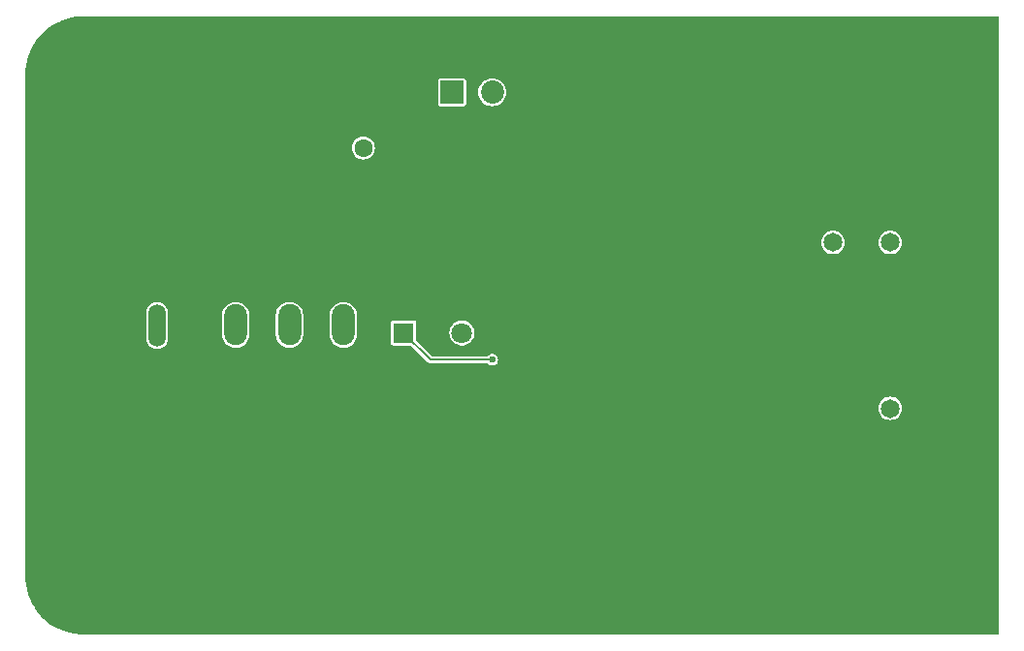
<source format=gbr>
%TF.GenerationSoftware,KiCad,Pcbnew,8.0.2*%
%TF.CreationDate,2024-12-31T23:00:34-06:00*%
%TF.ProjectId,LampBoardModule,4c616d70-426f-4617-9264-4d6f64756c65,rev?*%
%TF.SameCoordinates,Original*%
%TF.FileFunction,Copper,L2,Bot*%
%TF.FilePolarity,Positive*%
%FSLAX46Y46*%
G04 Gerber Fmt 4.6, Leading zero omitted, Abs format (unit mm)*
G04 Created by KiCad (PCBNEW 8.0.2) date 2024-12-31 23:00:34*
%MOMM*%
%LPD*%
G01*
G04 APERTURE LIST*
%TA.AperFunction,ComponentPad*%
%ADD10C,1.650000*%
%TD*%
%TA.AperFunction,ComponentPad*%
%ADD11C,5.161000*%
%TD*%
%TA.AperFunction,ComponentPad*%
%ADD12C,4.700000*%
%TD*%
%TA.AperFunction,ComponentPad*%
%ADD13O,2.000000X3.600000*%
%TD*%
%TA.AperFunction,ComponentPad*%
%ADD14O,1.500000X3.700000*%
%TD*%
%TA.AperFunction,ComponentPad*%
%ADD15O,3.200000X1.500000*%
%TD*%
%TA.AperFunction,ComponentPad*%
%ADD16R,1.800000X1.800000*%
%TD*%
%TA.AperFunction,ComponentPad*%
%ADD17C,1.800000*%
%TD*%
%TA.AperFunction,ComponentPad*%
%ADD18R,2.025000X2.025000*%
%TD*%
%TA.AperFunction,ComponentPad*%
%ADD19C,2.025000*%
%TD*%
%TA.AperFunction,ComponentPad*%
%ADD20C,1.600000*%
%TD*%
%TA.AperFunction,ViaPad*%
%ADD21C,0.600000*%
%TD*%
%TA.AperFunction,Conductor*%
%ADD22C,0.200000*%
%TD*%
G04 APERTURE END LIST*
D10*
%TO.P,SW1,1,1*%
%TO.N,Net-(R23-Pad2)*%
X116500000Y-112000000D03*
%TO.P,SW1,2,2*%
%TO.N,GND*%
X111500000Y-112000000D03*
%TO.P,SW1,A1,A*%
%TO.N,Net-(SW1-A)*%
X116500000Y-97500000D03*
%TO.P,SW1,B1,B*%
%TO.N,Net-(SW1-B)*%
X111500000Y-97500000D03*
%TO.P,SW1,C1,C*%
%TO.N,GND*%
X114000000Y-97500000D03*
D11*
%TO.P,SW1,MH1,MH1*%
X119700000Y-105000000D03*
%TO.P,SW1,MH2,MH2*%
X108300000Y-105000000D03*
%TD*%
D12*
%TO.P,H3,1,1*%
%TO.N,GND*%
X121000000Y-128750000D03*
%TD*%
D13*
%TO.P,SW2,1,1*%
%TO.N,+24V*%
X68750000Y-104700000D03*
%TO.P,SW2,2,2*%
%TO.N,Net-(D11-K)*%
X64050000Y-104700000D03*
%TO.P,SW2,3,3*%
%TO.N,unconnected-(SW2-Pad3)*%
X59350000Y-104700000D03*
%TD*%
D12*
%TO.P,H1,1,1*%
%TO.N,GND*%
X48000000Y-80750000D03*
%TD*%
%TO.P,H4,1,1*%
%TO.N,GND*%
X121000000Y-80750000D03*
%TD*%
%TO.P,H2,1,1*%
%TO.N,GND*%
X48000000Y-128750000D03*
%TD*%
D14*
%TO.P,J4,1,1*%
%TO.N,Net-(D11-A)*%
X52500000Y-104750000D03*
%TO.P,J4,2,2*%
%TO.N,GND*%
X46500000Y-104750000D03*
D15*
%TO.P,J4,3,3*%
X50000000Y-100100000D03*
%TD*%
D16*
%TO.P,J1,1,1*%
%TO.N,/SW_D*%
X74020000Y-105400000D03*
D17*
%TO.P,J1,2,2*%
%TO.N,GND*%
X76560000Y-105400000D03*
%TO.P,J1,3,3*%
%TO.N,/SW_CLK*%
X79100000Y-105400000D03*
%TD*%
D18*
%TO.P,J3,1,1*%
%TO.N,Net-(C4-Pad1)*%
X78250000Y-84375000D03*
D19*
%TO.P,J3,2,2*%
%TO.N,/LED_D_O*%
X81750000Y-84375000D03*
%TO.P,J3,3,3*%
%TO.N,GND*%
X85250000Y-84375000D03*
%TD*%
D20*
%TO.P,C4,1,1*%
%TO.N,Net-(C4-Pad1)*%
X70500000Y-89250000D03*
%TO.P,C4,2,2*%
%TO.N,GND*%
X65420000Y-89250000D03*
%TD*%
D21*
%TO.N,GND*%
X82200000Y-91700000D03*
X87300000Y-96200000D03*
X100900000Y-93500000D03*
X115500000Y-118100000D03*
X90375000Y-98700000D03*
X113000000Y-89750000D03*
X85250000Y-104250000D03*
X70600000Y-115800000D03*
X101012700Y-81428500D03*
X115600000Y-116100000D03*
X86000000Y-112400000D03*
X95100000Y-98000000D03*
X111000000Y-89750000D03*
X91000000Y-128000000D03*
X101400000Y-109700000D03*
X98000000Y-88100000D03*
X77700000Y-111500000D03*
X94750000Y-121000000D03*
X87000000Y-107200000D03*
X91800000Y-111200000D03*
X80900000Y-103400000D03*
X73700000Y-103400000D03*
X115500000Y-120100000D03*
X90400000Y-96200000D03*
X99100000Y-98000000D03*
X82400000Y-120400000D03*
X85600000Y-121200000D03*
X83875000Y-98700000D03*
X98700000Y-97100000D03*
X80900000Y-101700000D03*
X83600000Y-111400000D03*
X70100000Y-110100000D03*
X77400000Y-115200000D03*
X84400000Y-121200000D03*
X86000000Y-111400000D03*
X93900000Y-91500000D03*
X100900000Y-88100000D03*
X83600000Y-113600000D03*
X83875000Y-102200000D03*
X53100000Y-122300000D03*
X95600000Y-97300000D03*
X114800000Y-82500000D03*
X84800000Y-113600000D03*
X80000000Y-120400000D03*
X102012700Y-81428500D03*
X79800000Y-103400000D03*
X115500000Y-122100000D03*
X100900000Y-86700000D03*
X99500000Y-88100000D03*
X95750000Y-121000000D03*
X86000000Y-113600000D03*
X82075000Y-104750000D03*
X84800000Y-111400000D03*
X90375000Y-102200000D03*
X83900000Y-96200000D03*
X81200000Y-120400000D03*
X84800000Y-112400000D03*
X90400000Y-117600000D03*
X83600000Y-112400000D03*
%TO.N,/SW_D*%
X81750000Y-107750000D03*
%TD*%
D22*
%TO.N,/SW_D*%
X76350000Y-107750000D02*
X74000000Y-105400000D01*
X81750000Y-107750000D02*
X76350000Y-107750000D01*
%TD*%
%TA.AperFunction,Conductor*%
%TO.N,GND*%
G36*
X125935659Y-77768907D02*
G01*
X125971623Y-77818407D01*
X125976468Y-77849000D01*
X125976468Y-131651000D01*
X125957561Y-131709191D01*
X125908061Y-131745155D01*
X125877468Y-131750000D01*
X46000485Y-131750000D01*
X45999436Y-131749994D01*
X45785596Y-131747728D01*
X45778017Y-131747357D01*
X45351360Y-131710030D01*
X45342799Y-131708903D01*
X45182537Y-131680644D01*
X44921534Y-131634623D01*
X44913102Y-131632754D01*
X44499912Y-131522040D01*
X44491675Y-131519443D01*
X44089708Y-131373139D01*
X44081729Y-131369833D01*
X43694036Y-131189049D01*
X43686375Y-131185062D01*
X43315912Y-130971174D01*
X43308649Y-130966547D01*
X42958241Y-130721188D01*
X42951389Y-130715930D01*
X42623713Y-130440978D01*
X42617345Y-130435144D01*
X42314857Y-130132656D01*
X42309023Y-130126288D01*
X42034071Y-129798612D01*
X42028813Y-129791760D01*
X42016132Y-129773649D01*
X41783447Y-129441341D01*
X41778830Y-129434095D01*
X41564919Y-129063591D01*
X41560959Y-129055984D01*
X41380164Y-128668268D01*
X41376866Y-128660303D01*
X41230557Y-128258327D01*
X41227964Y-128250106D01*
X41117243Y-127836886D01*
X41115380Y-127828482D01*
X41041093Y-127407184D01*
X41039971Y-127398663D01*
X41002641Y-126971966D01*
X41002271Y-126964424D01*
X41000007Y-126750567D01*
X41000001Y-126749519D01*
X41000001Y-111999996D01*
X115469538Y-111999996D01*
X115469538Y-112000003D01*
X115489336Y-112201028D01*
X115489337Y-112201033D01*
X115547977Y-112394341D01*
X115547979Y-112394346D01*
X115643199Y-112572491D01*
X115771348Y-112728641D01*
X115771353Y-112728647D01*
X115771358Y-112728651D01*
X115927508Y-112856800D01*
X116105653Y-112952020D01*
X116105659Y-112952023D01*
X116240327Y-112992873D01*
X116298966Y-113010662D01*
X116298971Y-113010663D01*
X116499997Y-113030462D01*
X116500000Y-113030462D01*
X116500003Y-113030462D01*
X116701028Y-113010663D01*
X116701033Y-113010662D01*
X116894341Y-112952023D01*
X116974925Y-112908949D01*
X117072491Y-112856800D01*
X117072492Y-112856798D01*
X117072494Y-112856798D01*
X117228647Y-112728647D01*
X117356798Y-112572494D01*
X117452023Y-112394341D01*
X117510662Y-112201033D01*
X117510663Y-112201028D01*
X117530462Y-112000003D01*
X117530462Y-111999996D01*
X117510663Y-111798971D01*
X117510662Y-111798966D01*
X117492873Y-111740327D01*
X117452023Y-111605659D01*
X117452020Y-111605653D01*
X117356800Y-111427508D01*
X117228651Y-111271358D01*
X117228647Y-111271353D01*
X117228641Y-111271348D01*
X117072491Y-111143199D01*
X116894346Y-111047979D01*
X116894341Y-111047977D01*
X116701033Y-110989337D01*
X116701028Y-110989336D01*
X116500003Y-110969538D01*
X116499997Y-110969538D01*
X116298971Y-110989336D01*
X116298966Y-110989337D01*
X116105658Y-111047977D01*
X116105653Y-111047979D01*
X115927508Y-111143199D01*
X115771358Y-111271348D01*
X115771348Y-111271358D01*
X115643199Y-111427508D01*
X115547979Y-111605653D01*
X115547977Y-111605658D01*
X115489337Y-111798966D01*
X115489336Y-111798971D01*
X115469538Y-111999996D01*
X41000001Y-111999996D01*
X41000001Y-103556381D01*
X51549500Y-103556381D01*
X51549500Y-105943618D01*
X51586026Y-106127249D01*
X51657677Y-106300229D01*
X51657681Y-106300238D01*
X51709797Y-106378233D01*
X51761698Y-106455908D01*
X51894092Y-106588302D01*
X51960463Y-106632649D01*
X52049761Y-106692318D01*
X52049767Y-106692320D01*
X52049769Y-106692322D01*
X52222749Y-106763973D01*
X52406384Y-106800500D01*
X52406385Y-106800500D01*
X52593615Y-106800500D01*
X52593616Y-106800500D01*
X52777251Y-106763973D01*
X52950231Y-106692322D01*
X52950234Y-106692319D01*
X52950238Y-106692318D01*
X52995187Y-106662282D01*
X53105908Y-106588302D01*
X53238302Y-106455908D01*
X53312282Y-106345187D01*
X53342318Y-106300238D01*
X53342319Y-106300234D01*
X53342322Y-106300231D01*
X53413973Y-106127251D01*
X53450500Y-105943616D01*
X53450500Y-103805515D01*
X58149500Y-103805515D01*
X58149500Y-105594484D01*
X58179058Y-105781113D01*
X58237453Y-105960832D01*
X58293080Y-106070008D01*
X58323240Y-106129199D01*
X58434310Y-106282073D01*
X58567927Y-106415690D01*
X58720801Y-106526760D01*
X58889168Y-106612547D01*
X59068882Y-106670940D01*
X59068883Y-106670940D01*
X59068886Y-106670941D01*
X59255516Y-106700500D01*
X59255519Y-106700500D01*
X59444484Y-106700500D01*
X59631113Y-106670941D01*
X59631114Y-106670940D01*
X59631118Y-106670940D01*
X59810832Y-106612547D01*
X59979199Y-106526760D01*
X60132073Y-106415690D01*
X60265690Y-106282073D01*
X60376760Y-106129199D01*
X60462547Y-105960832D01*
X60520940Y-105781118D01*
X60550500Y-105594481D01*
X60550500Y-103805519D01*
X60550500Y-103805515D01*
X62849500Y-103805515D01*
X62849500Y-105594484D01*
X62879058Y-105781113D01*
X62937453Y-105960832D01*
X62993080Y-106070008D01*
X63023240Y-106129199D01*
X63134310Y-106282073D01*
X63267927Y-106415690D01*
X63420801Y-106526760D01*
X63589168Y-106612547D01*
X63768882Y-106670940D01*
X63768883Y-106670940D01*
X63768886Y-106670941D01*
X63955516Y-106700500D01*
X63955519Y-106700500D01*
X64144484Y-106700500D01*
X64331113Y-106670941D01*
X64331114Y-106670940D01*
X64331118Y-106670940D01*
X64510832Y-106612547D01*
X64679199Y-106526760D01*
X64832073Y-106415690D01*
X64965690Y-106282073D01*
X65076760Y-106129199D01*
X65162547Y-105960832D01*
X65220940Y-105781118D01*
X65250500Y-105594481D01*
X65250500Y-103805519D01*
X65250500Y-103805515D01*
X67549500Y-103805515D01*
X67549500Y-105594484D01*
X67579058Y-105781113D01*
X67637453Y-105960832D01*
X67693080Y-106070008D01*
X67723240Y-106129199D01*
X67834310Y-106282073D01*
X67967927Y-106415690D01*
X68120801Y-106526760D01*
X68289168Y-106612547D01*
X68468882Y-106670940D01*
X68468883Y-106670940D01*
X68468886Y-106670941D01*
X68655516Y-106700500D01*
X68655519Y-106700500D01*
X68844484Y-106700500D01*
X69031113Y-106670941D01*
X69031114Y-106670940D01*
X69031118Y-106670940D01*
X69210832Y-106612547D01*
X69379199Y-106526760D01*
X69532073Y-106415690D01*
X69665690Y-106282073D01*
X69776760Y-106129199D01*
X69862547Y-105960832D01*
X69920940Y-105781118D01*
X69950500Y-105594481D01*
X69950500Y-104480253D01*
X72919500Y-104480253D01*
X72919500Y-106319746D01*
X72919501Y-106319758D01*
X72931132Y-106378227D01*
X72931134Y-106378233D01*
X72975445Y-106444548D01*
X72975448Y-106444552D01*
X73041769Y-106488867D01*
X73086231Y-106497711D01*
X73100241Y-106500498D01*
X73100246Y-106500498D01*
X73100252Y-106500500D01*
X74634521Y-106500500D01*
X74692712Y-106519407D01*
X74704525Y-106529496D01*
X76109540Y-107934511D01*
X76109539Y-107934511D01*
X76165489Y-107990460D01*
X76234007Y-108030019D01*
X76234011Y-108030021D01*
X76310435Y-108050499D01*
X76310437Y-108050500D01*
X76310438Y-108050500D01*
X81302917Y-108050500D01*
X81361108Y-108069407D01*
X81377733Y-108084667D01*
X81418872Y-108132143D01*
X81539947Y-108209953D01*
X81646403Y-108241211D01*
X81678035Y-108250499D01*
X81678036Y-108250499D01*
X81678039Y-108250500D01*
X81678041Y-108250500D01*
X81821959Y-108250500D01*
X81821961Y-108250500D01*
X81960053Y-108209953D01*
X82081128Y-108132143D01*
X82175377Y-108023373D01*
X82235165Y-107892457D01*
X82255647Y-107750000D01*
X82235165Y-107607543D01*
X82175377Y-107476627D01*
X82081128Y-107367857D01*
X82081127Y-107367856D01*
X82081126Y-107367855D01*
X81960057Y-107290049D01*
X81960054Y-107290047D01*
X81960053Y-107290047D01*
X81960050Y-107290046D01*
X81821964Y-107249500D01*
X81821961Y-107249500D01*
X81678039Y-107249500D01*
X81678035Y-107249500D01*
X81539949Y-107290046D01*
X81539942Y-107290049D01*
X81418876Y-107367854D01*
X81418871Y-107367858D01*
X81377736Y-107415331D01*
X81325340Y-107446927D01*
X81302917Y-107449500D01*
X76515479Y-107449500D01*
X76457288Y-107430593D01*
X76445475Y-107420504D01*
X75149496Y-106124525D01*
X75121719Y-106070008D01*
X75120500Y-106054521D01*
X75120500Y-105400000D01*
X77994785Y-105400000D01*
X78013603Y-105603083D01*
X78069418Y-105799250D01*
X78160327Y-105981821D01*
X78283236Y-106144579D01*
X78433959Y-106281981D01*
X78607363Y-106389348D01*
X78797544Y-106463024D01*
X78998024Y-106500500D01*
X79201976Y-106500500D01*
X79402456Y-106463024D01*
X79592637Y-106389348D01*
X79766041Y-106281981D01*
X79916764Y-106144579D01*
X80039673Y-105981821D01*
X80130582Y-105799250D01*
X80186397Y-105603083D01*
X80205215Y-105400000D01*
X80186397Y-105196917D01*
X80130582Y-105000750D01*
X80039673Y-104818179D01*
X79916764Y-104655421D01*
X79766041Y-104518019D01*
X79592637Y-104410652D01*
X79402456Y-104336976D01*
X79402455Y-104336975D01*
X79402453Y-104336975D01*
X79201976Y-104299500D01*
X78998024Y-104299500D01*
X78797546Y-104336975D01*
X78749862Y-104355448D01*
X78607363Y-104410652D01*
X78433959Y-104518019D01*
X78283237Y-104655420D01*
X78160328Y-104818177D01*
X78160323Y-104818186D01*
X78069419Y-105000747D01*
X78069418Y-105000750D01*
X78013603Y-105196917D01*
X77994785Y-105400000D01*
X75120500Y-105400000D01*
X75120500Y-104480253D01*
X75120498Y-104480241D01*
X75117711Y-104466231D01*
X75108867Y-104421769D01*
X75064552Y-104355448D01*
X75064548Y-104355445D01*
X74998233Y-104311134D01*
X74998231Y-104311133D01*
X74998228Y-104311132D01*
X74998227Y-104311132D01*
X74939758Y-104299501D01*
X74939748Y-104299500D01*
X73100252Y-104299500D01*
X73100251Y-104299500D01*
X73100241Y-104299501D01*
X73041772Y-104311132D01*
X73041766Y-104311134D01*
X72975451Y-104355445D01*
X72975445Y-104355451D01*
X72931134Y-104421766D01*
X72931132Y-104421772D01*
X72919501Y-104480241D01*
X72919500Y-104480253D01*
X69950500Y-104480253D01*
X69950500Y-103805519D01*
X69950500Y-103805515D01*
X69920941Y-103618886D01*
X69900632Y-103556381D01*
X69862547Y-103439168D01*
X69776760Y-103270801D01*
X69665690Y-103117927D01*
X69532073Y-102984310D01*
X69379199Y-102873240D01*
X69379198Y-102873239D01*
X69379196Y-102873238D01*
X69210832Y-102787453D01*
X69031113Y-102729058D01*
X68844484Y-102699500D01*
X68844481Y-102699500D01*
X68655519Y-102699500D01*
X68655516Y-102699500D01*
X68468886Y-102729058D01*
X68289167Y-102787453D01*
X68120803Y-102873238D01*
X67967928Y-102984309D01*
X67834309Y-103117928D01*
X67723238Y-103270803D01*
X67637453Y-103439167D01*
X67579058Y-103618886D01*
X67549500Y-103805515D01*
X65250500Y-103805515D01*
X65220941Y-103618886D01*
X65200632Y-103556381D01*
X65162547Y-103439168D01*
X65076760Y-103270801D01*
X64965690Y-103117927D01*
X64832073Y-102984310D01*
X64679199Y-102873240D01*
X64679198Y-102873239D01*
X64679196Y-102873238D01*
X64510832Y-102787453D01*
X64331113Y-102729058D01*
X64144484Y-102699500D01*
X64144481Y-102699500D01*
X63955519Y-102699500D01*
X63955516Y-102699500D01*
X63768886Y-102729058D01*
X63589167Y-102787453D01*
X63420803Y-102873238D01*
X63267928Y-102984309D01*
X63134309Y-103117928D01*
X63023238Y-103270803D01*
X62937453Y-103439167D01*
X62879058Y-103618886D01*
X62849500Y-103805515D01*
X60550500Y-103805515D01*
X60520941Y-103618886D01*
X60500632Y-103556381D01*
X60462547Y-103439168D01*
X60376760Y-103270801D01*
X60265690Y-103117927D01*
X60132073Y-102984310D01*
X59979199Y-102873240D01*
X59979198Y-102873239D01*
X59979196Y-102873238D01*
X59810832Y-102787453D01*
X59631113Y-102729058D01*
X59444484Y-102699500D01*
X59444481Y-102699500D01*
X59255519Y-102699500D01*
X59255516Y-102699500D01*
X59068886Y-102729058D01*
X58889167Y-102787453D01*
X58720803Y-102873238D01*
X58567928Y-102984309D01*
X58434309Y-103117928D01*
X58323238Y-103270803D01*
X58237453Y-103439167D01*
X58179058Y-103618886D01*
X58149500Y-103805515D01*
X53450500Y-103805515D01*
X53450500Y-103556384D01*
X53413973Y-103372749D01*
X53342322Y-103199769D01*
X53342320Y-103199767D01*
X53342318Y-103199761D01*
X53282649Y-103110463D01*
X53238302Y-103044092D01*
X53105908Y-102911698D01*
X53048349Y-102873238D01*
X52950238Y-102807681D01*
X52950229Y-102807677D01*
X52777249Y-102736026D01*
X52593618Y-102699500D01*
X52593616Y-102699500D01*
X52406384Y-102699500D01*
X52406381Y-102699500D01*
X52222750Y-102736026D01*
X52049770Y-102807677D01*
X52049761Y-102807681D01*
X51894092Y-102911698D01*
X51894088Y-102911701D01*
X51761701Y-103044088D01*
X51761698Y-103044092D01*
X51657681Y-103199761D01*
X51657677Y-103199770D01*
X51586026Y-103372750D01*
X51549500Y-103556381D01*
X41000001Y-103556381D01*
X41000001Y-97499996D01*
X110469538Y-97499996D01*
X110469538Y-97500003D01*
X110489336Y-97701028D01*
X110489337Y-97701033D01*
X110547977Y-97894341D01*
X110547979Y-97894346D01*
X110643199Y-98072491D01*
X110771348Y-98228641D01*
X110771353Y-98228647D01*
X110771358Y-98228651D01*
X110927508Y-98356800D01*
X111105653Y-98452020D01*
X111105659Y-98452023D01*
X111240327Y-98492873D01*
X111298966Y-98510662D01*
X111298971Y-98510663D01*
X111499997Y-98530462D01*
X111500000Y-98530462D01*
X111500003Y-98530462D01*
X111701028Y-98510663D01*
X111701033Y-98510662D01*
X111894341Y-98452023D01*
X111974925Y-98408949D01*
X112072491Y-98356800D01*
X112072492Y-98356798D01*
X112072494Y-98356798D01*
X112228647Y-98228647D01*
X112356798Y-98072494D01*
X112452023Y-97894341D01*
X112510662Y-97701033D01*
X112510663Y-97701028D01*
X112530462Y-97500003D01*
X112530462Y-97499996D01*
X115469538Y-97499996D01*
X115469538Y-97500003D01*
X115489336Y-97701028D01*
X115489337Y-97701033D01*
X115547977Y-97894341D01*
X115547979Y-97894346D01*
X115643199Y-98072491D01*
X115771348Y-98228641D01*
X115771353Y-98228647D01*
X115771358Y-98228651D01*
X115927508Y-98356800D01*
X116105653Y-98452020D01*
X116105659Y-98452023D01*
X116240327Y-98492873D01*
X116298966Y-98510662D01*
X116298971Y-98510663D01*
X116499997Y-98530462D01*
X116500000Y-98530462D01*
X116500003Y-98530462D01*
X116701028Y-98510663D01*
X116701033Y-98510662D01*
X116894341Y-98452023D01*
X116974925Y-98408949D01*
X117072491Y-98356800D01*
X117072492Y-98356798D01*
X117072494Y-98356798D01*
X117228647Y-98228647D01*
X117356798Y-98072494D01*
X117452023Y-97894341D01*
X117510662Y-97701033D01*
X117510663Y-97701028D01*
X117530462Y-97500003D01*
X117530462Y-97499996D01*
X117510663Y-97298971D01*
X117510662Y-97298966D01*
X117492873Y-97240327D01*
X117452023Y-97105659D01*
X117452020Y-97105653D01*
X117356800Y-96927508D01*
X117228651Y-96771358D01*
X117228647Y-96771353D01*
X117228641Y-96771348D01*
X117072491Y-96643199D01*
X116894346Y-96547979D01*
X116894341Y-96547977D01*
X116701033Y-96489337D01*
X116701028Y-96489336D01*
X116500003Y-96469538D01*
X116499997Y-96469538D01*
X116298971Y-96489336D01*
X116298966Y-96489337D01*
X116105658Y-96547977D01*
X116105653Y-96547979D01*
X115927508Y-96643199D01*
X115771358Y-96771348D01*
X115771348Y-96771358D01*
X115643199Y-96927508D01*
X115547979Y-97105653D01*
X115547977Y-97105658D01*
X115489337Y-97298966D01*
X115489336Y-97298971D01*
X115469538Y-97499996D01*
X112530462Y-97499996D01*
X112510663Y-97298971D01*
X112510662Y-97298966D01*
X112492873Y-97240327D01*
X112452023Y-97105659D01*
X112452020Y-97105653D01*
X112356800Y-96927508D01*
X112228651Y-96771358D01*
X112228647Y-96771353D01*
X112228641Y-96771348D01*
X112072491Y-96643199D01*
X111894346Y-96547979D01*
X111894341Y-96547977D01*
X111701033Y-96489337D01*
X111701028Y-96489336D01*
X111500003Y-96469538D01*
X111499997Y-96469538D01*
X111298971Y-96489336D01*
X111298966Y-96489337D01*
X111105658Y-96547977D01*
X111105653Y-96547979D01*
X110927508Y-96643199D01*
X110771358Y-96771348D01*
X110771348Y-96771358D01*
X110643199Y-96927508D01*
X110547979Y-97105653D01*
X110547977Y-97105658D01*
X110489337Y-97298966D01*
X110489336Y-97298971D01*
X110469538Y-97499996D01*
X41000001Y-97499996D01*
X41000001Y-89249996D01*
X69494659Y-89249996D01*
X69494659Y-89250003D01*
X69513974Y-89446126D01*
X69513975Y-89446129D01*
X69571187Y-89634730D01*
X69571188Y-89634732D01*
X69642218Y-89767618D01*
X69664090Y-89808538D01*
X69664092Y-89808540D01*
X69664093Y-89808542D01*
X69789112Y-89960878D01*
X69789121Y-89960887D01*
X69941457Y-90085906D01*
X69941462Y-90085910D01*
X70115273Y-90178814D01*
X70303868Y-90236024D01*
X70303870Y-90236024D01*
X70303873Y-90236025D01*
X70499997Y-90255341D01*
X70500000Y-90255341D01*
X70500003Y-90255341D01*
X70696126Y-90236025D01*
X70696127Y-90236024D01*
X70696132Y-90236024D01*
X70884727Y-90178814D01*
X71058538Y-90085910D01*
X71210883Y-89960883D01*
X71335910Y-89808538D01*
X71428814Y-89634727D01*
X71486024Y-89446132D01*
X71505341Y-89250000D01*
X71505341Y-89249996D01*
X71486025Y-89053873D01*
X71486024Y-89053870D01*
X71486024Y-89053868D01*
X71428814Y-88865273D01*
X71335910Y-88691462D01*
X71335906Y-88691457D01*
X71210887Y-88539121D01*
X71210878Y-88539112D01*
X71058542Y-88414093D01*
X71058540Y-88414092D01*
X71058538Y-88414090D01*
X71017618Y-88392218D01*
X70884732Y-88321188D01*
X70884730Y-88321187D01*
X70696129Y-88263975D01*
X70696126Y-88263974D01*
X70500003Y-88244659D01*
X70499997Y-88244659D01*
X70303873Y-88263974D01*
X70303870Y-88263975D01*
X70115269Y-88321187D01*
X70115267Y-88321188D01*
X69941467Y-88414087D01*
X69941457Y-88414093D01*
X69789121Y-88539112D01*
X69789112Y-88539121D01*
X69664093Y-88691457D01*
X69664087Y-88691467D01*
X69571188Y-88865267D01*
X69571187Y-88865269D01*
X69513975Y-89053870D01*
X69513974Y-89053873D01*
X69494659Y-89249996D01*
X41000001Y-89249996D01*
X41000001Y-83342753D01*
X77037000Y-83342753D01*
X77037000Y-85407246D01*
X77037001Y-85407258D01*
X77041426Y-85429501D01*
X77048633Y-85465731D01*
X77092948Y-85532052D01*
X77159269Y-85576367D01*
X77203731Y-85585211D01*
X77217741Y-85587998D01*
X77217746Y-85587998D01*
X77217752Y-85588000D01*
X77217753Y-85588000D01*
X79282247Y-85588000D01*
X79282248Y-85588000D01*
X79340731Y-85576367D01*
X79407052Y-85532052D01*
X79451367Y-85465731D01*
X79463000Y-85407248D01*
X79463000Y-84374995D01*
X80532367Y-84374995D01*
X80532367Y-84375004D01*
X80550864Y-84586432D01*
X80550865Y-84586439D01*
X80550866Y-84586440D01*
X80605799Y-84791455D01*
X80695499Y-84983817D01*
X80817239Y-85157679D01*
X80967321Y-85307761D01*
X81141183Y-85429501D01*
X81333545Y-85519201D01*
X81538560Y-85574134D01*
X81538564Y-85574134D01*
X81538567Y-85574135D01*
X81749996Y-85592633D01*
X81750000Y-85592633D01*
X81750004Y-85592633D01*
X81961432Y-85574135D01*
X81961433Y-85574134D01*
X81961440Y-85574134D01*
X82166455Y-85519201D01*
X82358817Y-85429501D01*
X82532679Y-85307761D01*
X82682761Y-85157679D01*
X82804501Y-84983817D01*
X82894201Y-84791455D01*
X82949134Y-84586440D01*
X82967633Y-84375000D01*
X82949134Y-84163560D01*
X82894201Y-83958545D01*
X82804501Y-83766184D01*
X82682761Y-83592321D01*
X82532679Y-83442239D01*
X82532675Y-83442236D01*
X82532674Y-83442235D01*
X82390597Y-83342752D01*
X82358817Y-83320499D01*
X82166455Y-83230799D01*
X81961440Y-83175866D01*
X81961439Y-83175865D01*
X81961432Y-83175864D01*
X81750004Y-83157367D01*
X81749996Y-83157367D01*
X81538567Y-83175864D01*
X81333540Y-83230800D01*
X81141194Y-83320493D01*
X81141186Y-83320497D01*
X80967325Y-83442235D01*
X80817235Y-83592325D01*
X80695497Y-83766186D01*
X80695493Y-83766194D01*
X80605800Y-83958540D01*
X80550864Y-84163567D01*
X80532367Y-84374995D01*
X79463000Y-84374995D01*
X79463000Y-83342752D01*
X79451367Y-83284269D01*
X79407052Y-83217948D01*
X79344070Y-83175864D01*
X79340733Y-83173634D01*
X79340731Y-83173633D01*
X79340728Y-83173632D01*
X79340727Y-83173632D01*
X79282258Y-83162001D01*
X79282248Y-83162000D01*
X77217752Y-83162000D01*
X77217751Y-83162000D01*
X77217741Y-83162001D01*
X77159272Y-83173632D01*
X77159266Y-83173634D01*
X77092951Y-83217945D01*
X77092945Y-83217951D01*
X77048634Y-83284266D01*
X77048632Y-83284272D01*
X77037001Y-83342741D01*
X77037000Y-83342753D01*
X41000001Y-83342753D01*
X41000001Y-82750483D01*
X41000007Y-82749434D01*
X41002272Y-82535575D01*
X41002641Y-82528036D01*
X41039973Y-82101335D01*
X41041093Y-82092820D01*
X41115381Y-81671514D01*
X41117241Y-81663120D01*
X41227966Y-81249888D01*
X41230549Y-81241696D01*
X41376869Y-80839686D01*
X41380165Y-80831731D01*
X41560949Y-80444039D01*
X41564921Y-80436407D01*
X41778827Y-80065910D01*
X41783449Y-80058655D01*
X42028819Y-79708231D01*
X42034061Y-79701399D01*
X42309038Y-79373695D01*
X42314851Y-79367351D01*
X42617350Y-79064851D01*
X42623694Y-79059038D01*
X42951398Y-78784062D01*
X42958230Y-78778820D01*
X43308669Y-78533440D01*
X43315894Y-78528836D01*
X43686418Y-78314914D01*
X43694007Y-78310964D01*
X44081749Y-78130156D01*
X44089685Y-78126869D01*
X44491696Y-77980549D01*
X44499888Y-77977966D01*
X44913118Y-77867242D01*
X44921513Y-77865382D01*
X45342819Y-77791093D01*
X45351334Y-77789973D01*
X45778035Y-77752641D01*
X45785574Y-77752272D01*
X45999434Y-77750006D01*
X46000483Y-77750000D01*
X125877468Y-77750000D01*
X125935659Y-77768907D01*
G37*
%TD.AperFunction*%
%TD*%
M02*

</source>
